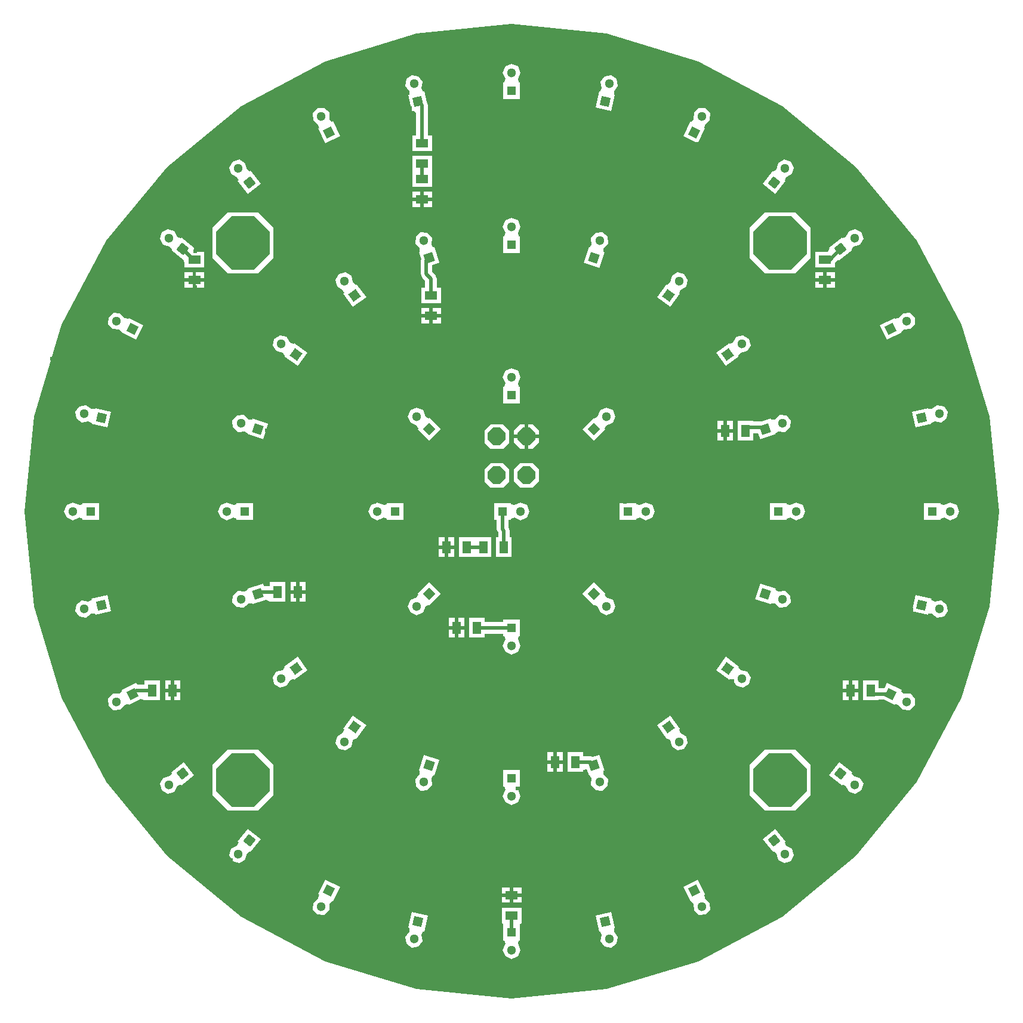
<source format=gbl>
G04*
G04 #@! TF.GenerationSoftware,Altium Limited,Altium Designer,18.1.7 (191)*
G04*
G04 Layer_Physical_Order=2*
G04 Layer_Color=16711680*
%FSLAX44Y44*%
%MOMM*%
G71*
G01*
G75*
%ADD15P,8.2479X8X22.5*%
%ADD46C,0.5080*%
%ADD47P,2.7060X8X202.5*%
%ADD48P,2.7060X8X292.5*%
%ADD49C,1.3000*%
%ADD50P,1.8385X4X270.0*%
%ADD51R,1.3000X1.3000*%
%ADD52R,1.3000X1.3000*%
%ADD53P,1.8385X4X173.6*%
%ADD54P,1.8385X4X237.9*%
%ADD55P,1.8385X4X302.1*%
%ADD56P,1.8385X4X366.4*%
%ADD57P,1.8385X4X70.7*%
%ADD58P,1.8385X4X207.0*%
%ADD59P,1.8385X4X297.0*%
%ADD60P,1.8385X4X160.7*%
%ADD61R,1.3000X1.3000*%
%ADD62P,1.8385X4X289.3*%
%ADD63P,1.8385X4X180.0*%
%ADD64P,1.8385X4X189.0*%
%ADD65P,1.8385X4X279.0*%
%ADD66P,1.8385X4X147.9*%
%ADD67P,1.8385X4X212.1*%
%ADD68P,1.8385X4X276.4*%
%ADD69P,1.8385X4X171.0*%
%ADD70P,1.8385X4X261.0*%
%ADD71P,1.8385X4X199.3*%
%ADD72P,1.8385X4X263.6*%
%ADD73P,1.8385X4X153.0*%
%ADD74P,1.8385X4X243.0*%
%ADD75R,1.3000X1.3000*%
%ADD76C,0.6096*%
%ADD77R,1.1500X1.8000*%
%ADD78R,1.8000X1.1500*%
G36*
X134840Y677888D02*
X264499Y638556D01*
X383993Y574685D01*
X488730Y488730D01*
X574685Y383993D01*
X638556Y264499D01*
X677888Y134840D01*
X691168Y0D01*
X677888Y-134840D01*
X638556Y-264499D01*
X574685Y-383993D01*
X488730Y-488730D01*
X383993Y-574685D01*
X264499Y-638556D01*
X134840Y-677888D01*
X0Y-691168D01*
X-134840Y-677888D01*
X-264499Y-638556D01*
X-383993Y-574685D01*
X-488730Y-488730D01*
X-574685Y-383993D01*
X-638556Y-264499D01*
X-677888Y-134840D01*
X-691168Y0D01*
X-677888Y134840D01*
X-638556Y264499D01*
X-574685Y383993D01*
X-488730Y488730D01*
X-383993Y574685D01*
X-264499Y638556D01*
X-134840Y677888D01*
X0Y691168D01*
X134840Y677888D01*
D02*
G37*
%LPC*%
G36*
X141264Y618917D02*
X131806Y617310D01*
X126255Y609487D01*
X127862Y600029D01*
X125484Y595487D01*
X124110Y595801D01*
X118956Y573222D01*
X141536Y568068D01*
X146689Y590647D01*
X145315Y590961D01*
X145143Y596085D01*
X150695Y603909D01*
X149088Y613366D01*
X141264Y618917D01*
D02*
G37*
G36*
X0Y634834D02*
X-8863Y631163D01*
X-12534Y622300D01*
X-8863Y613437D01*
X-10170Y608480D01*
X-11580D01*
Y585320D01*
X11580D01*
Y608480D01*
X10170D01*
X8863Y613437D01*
X12534Y622300D01*
X8863Y631163D01*
X0Y634834D01*
D02*
G37*
G36*
X265866Y572504D02*
X258713Y566111D01*
X258175Y556533D01*
X254847Y552634D01*
X253577Y553246D01*
X243528Y532379D01*
X264394Y522331D01*
X274443Y543197D01*
X273173Y543809D01*
X274146Y548842D01*
X281299Y555234D01*
X281837Y564813D01*
X275444Y571966D01*
X265866Y572504D01*
D02*
G37*
G36*
X-265866Y572504D02*
X-275444Y571966D01*
X-281836Y564813D01*
X-281298Y555235D01*
X-274145Y548842D01*
X-273172Y543809D01*
X-274443Y543197D01*
X-264394Y522331D01*
X-243527Y532380D01*
X-253576Y553246D01*
X-254846Y552634D01*
X-258175Y556533D01*
X-258713Y566111D01*
X-265866Y572504D01*
D02*
G37*
G36*
X-141264Y618918D02*
X-149087Y613366D01*
X-150694Y603909D01*
X-145143Y596085D01*
X-145315Y590961D01*
X-146689Y590647D01*
X-141535Y568068D01*
X-139220Y568597D01*
X-135248Y565429D01*
Y533330D01*
X-141080D01*
Y511670D01*
X-112920D01*
Y533330D01*
X-118752D01*
Y576112D01*
X-120676Y580756D01*
X-124110Y595801D01*
X-125484Y595487D01*
X-127862Y600029D01*
X-126255Y609487D01*
X-131806Y617311D01*
X-141264Y618918D01*
D02*
G37*
G36*
X386594Y498989D02*
X378198Y494348D01*
X375542Y485130D01*
X371430Y482070D01*
X370328Y482949D01*
X355888Y464841D01*
X373995Y450401D01*
X388435Y468509D01*
X387333Y469388D01*
X389401Y474078D01*
X397797Y478719D01*
X400453Y487937D01*
X395813Y496333D01*
X386594Y498989D01*
D02*
G37*
G36*
X-112920Y504330D02*
X-141080D01*
Y482670D01*
X-141080D01*
Y482530D01*
X-141080D01*
Y460870D01*
X-112920D01*
Y482530D01*
X-112920D01*
Y482670D01*
X-112920D01*
Y504330D01*
D02*
G37*
G36*
X-386594Y498989D02*
X-395812Y496334D01*
X-400453Y487937D01*
X-397797Y478719D01*
X-389401Y474079D01*
X-387332Y469388D01*
X-388434Y468509D01*
X-373994Y450402D01*
X-355887Y464842D01*
X-370327Y482949D01*
X-371429Y482070D01*
X-375542Y485131D01*
X-378198Y494349D01*
X-386594Y498989D01*
D02*
G37*
G36*
X-113000Y453450D02*
X-124500D01*
Y445200D01*
X-113000D01*
Y453450D01*
D02*
G37*
G36*
X-129500D02*
X-141000D01*
Y445200D01*
X-129500D01*
Y453450D01*
D02*
G37*
G36*
X-113000Y440200D02*
X-124500D01*
Y431950D01*
X-113000D01*
Y440200D01*
D02*
G37*
G36*
X-129500D02*
X-141000D01*
Y431950D01*
X-129500D01*
Y440200D01*
D02*
G37*
G36*
X487937Y400453D02*
X478719Y397797D01*
X474078Y389401D01*
X469388Y387333D01*
X468509Y388435D01*
X450402Y373995D01*
X450948Y373310D01*
X448501Y368230D01*
X430420D01*
Y346570D01*
X458580D01*
Y352402D01*
X462214Y356035D01*
X464842Y355887D01*
X464842D01*
X482949Y370327D01*
X482070Y371429D01*
X485130Y375542D01*
X494349Y378198D01*
X498989Y386594D01*
X496333Y395812D01*
X487937Y400453D01*
D02*
G37*
G36*
X128673Y396014D02*
X119109Y395262D01*
X112879Y387967D01*
X113632Y378403D01*
X110857Y374093D01*
X109516Y374529D01*
X102359Y352502D01*
X124385Y345345D01*
X131542Y367372D01*
X130201Y367807D01*
X130490Y372926D01*
X136720Y380220D01*
X135968Y389784D01*
X128673Y396014D01*
D02*
G37*
G36*
X0Y416394D02*
X-8863Y412723D01*
X-12534Y403860D01*
X-8863Y394997D01*
X-10170Y390040D01*
X-11580D01*
Y366880D01*
X11580D01*
Y390040D01*
X10170D01*
X8863Y394997D01*
X12534Y403860D01*
X8863Y412723D01*
X0Y416394D01*
D02*
G37*
G36*
X-487937Y400453D02*
X-496333Y395813D01*
X-498989Y386595D01*
X-494348Y378198D01*
X-485130Y375543D01*
X-482070Y371430D01*
X-482949Y370328D01*
X-464841Y355888D01*
X-464841Y355888D01*
X-464841Y355888D01*
X-464194Y351076D01*
Y346570D01*
X-436034D01*
Y368230D01*
X-448501D01*
X-450948Y373310D01*
X-450401Y373995D01*
X-468509Y388435D01*
X-469388Y387333D01*
X-474078Y389401D01*
X-478719Y397798D01*
X-487937Y400453D01*
D02*
G37*
G36*
X402590Y424180D02*
X359410D01*
X337820Y402590D01*
Y359410D01*
X359410Y337820D01*
X402590D01*
X424180Y359410D01*
Y402590D01*
X402590Y424180D01*
D02*
G37*
G36*
X-359410D02*
X-402590D01*
X-424180Y402590D01*
Y359410D01*
X-402590Y337820D01*
X-359410D01*
X-337820Y359410D01*
Y402590D01*
X-359410Y424180D01*
D02*
G37*
G36*
X-436114Y339150D02*
X-447613D01*
Y330900D01*
X-436114D01*
Y339150D01*
D02*
G37*
G36*
X-452613D02*
X-464114D01*
Y330900D01*
X-452613D01*
Y339150D01*
D02*
G37*
G36*
X458500D02*
X447000D01*
Y330900D01*
X458500D01*
Y339150D01*
D02*
G37*
G36*
X442000D02*
X430500D01*
Y330900D01*
X442000D01*
Y339150D01*
D02*
G37*
G36*
X235422Y339109D02*
X227243Y334097D01*
X225003Y324769D01*
X221032Y321527D01*
X219891Y322355D01*
X206278Y303619D01*
X225015Y290006D01*
X238628Y308742D01*
X237488Y309571D01*
X239344Y314350D01*
X247523Y319362D01*
X249763Y328690D01*
X244750Y336870D01*
X235422Y339109D01*
D02*
G37*
G36*
X458500Y325900D02*
X447000D01*
Y317650D01*
X458500D01*
Y325900D01*
D02*
G37*
G36*
X442000D02*
X430500D01*
Y317650D01*
X442000D01*
Y325900D01*
D02*
G37*
G36*
X-436114Y325900D02*
X-447613D01*
Y317650D01*
X-436114D01*
Y325900D01*
D02*
G37*
G36*
X-452613D02*
X-464114D01*
Y317650D01*
X-452613D01*
Y325900D01*
D02*
G37*
G36*
X-128673Y396014D02*
X-135968Y389784D01*
X-136720Y380220D01*
X-130490Y372926D01*
X-130201Y367807D01*
X-131542Y367372D01*
X-128395Y357686D01*
X-129064Y356072D01*
Y336716D01*
X-126648Y330884D01*
X-122548Y326784D01*
Y317430D01*
X-128380D01*
Y295770D01*
X-100220D01*
Y317430D01*
X-106052D01*
Y330200D01*
X-108468Y336032D01*
X-112568Y340132D01*
Y349185D01*
X-102359Y352502D01*
X-109516Y374528D01*
X-110857Y374093D01*
X-113632Y378403D01*
X-112879Y387967D01*
X-119109Y395262D01*
X-128673Y396014D01*
D02*
G37*
G36*
X-235422Y339109D02*
X-244750Y336870D01*
X-249763Y328690D01*
X-247523Y319362D01*
X-239344Y314350D01*
X-237488Y309571D01*
X-238628Y308743D01*
X-225015Y290006D01*
X-206278Y303619D01*
X-219891Y322356D01*
X-221032Y321527D01*
X-225003Y324769D01*
X-227243Y334097D01*
X-235422Y339109D01*
D02*
G37*
G36*
X-100300Y288350D02*
X-111800D01*
Y280100D01*
X-100300D01*
Y288350D01*
D02*
G37*
G36*
X-116800D02*
X-128300D01*
Y280100D01*
X-116800D01*
Y288350D01*
D02*
G37*
G36*
X564813Y281836D02*
X555235Y281299D01*
X548842Y274146D01*
X543809Y273173D01*
X543197Y274443D01*
X522331Y264394D01*
X532379Y243528D01*
X553246Y253576D01*
X552634Y254846D01*
X556533Y258175D01*
X566111Y258713D01*
X572504Y265866D01*
X571966Y275444D01*
X564813Y281836D01*
D02*
G37*
G36*
X-100300Y275100D02*
X-111800D01*
Y266850D01*
X-100300D01*
Y275100D01*
D02*
G37*
G36*
X-116800D02*
X-128300D01*
Y266850D01*
X-116800D01*
Y275100D01*
D02*
G37*
G36*
X-564813Y281837D02*
X-571966Y275445D01*
X-572504Y265866D01*
X-566111Y258713D01*
X-556533Y258176D01*
X-552634Y254847D01*
X-553246Y253577D01*
X-532379Y243528D01*
X-522331Y264394D01*
X-543197Y274443D01*
X-543809Y273173D01*
X-548842Y274146D01*
X-555234Y281299D01*
X-564813Y281837D01*
D02*
G37*
G36*
X328690Y249763D02*
X319362Y247523D01*
X314350Y239344D01*
X309571Y237488D01*
X308743Y238628D01*
X290006Y225015D01*
X303619Y206278D01*
X322355Y219891D01*
X321527Y221032D01*
X324769Y225003D01*
X334097Y227243D01*
X339109Y235422D01*
X336870Y244750D01*
X328690Y249763D01*
D02*
G37*
G36*
X-328690Y249763D02*
X-336870Y244750D01*
X-339109Y235422D01*
X-334097Y227243D01*
X-324769Y225003D01*
X-321527Y221032D01*
X-322355Y219891D01*
X-303619Y206278D01*
X-290006Y225015D01*
X-308743Y238628D01*
X-309571Y237488D01*
X-314350Y239344D01*
X-319362Y247523D01*
X-328690Y249763D01*
D02*
G37*
G36*
X0Y203034D02*
X-8863Y199363D01*
X-12534Y190500D01*
X-8863Y181637D01*
X-10170Y176680D01*
X-11580D01*
Y153520D01*
X11580D01*
Y176680D01*
X10170D01*
X8863Y181637D01*
X12534Y190500D01*
X8863Y199363D01*
X0Y203034D01*
D02*
G37*
G36*
X603909Y150695D02*
X596085Y145143D01*
X590961Y145315D01*
X590647Y146689D01*
X568068Y141536D01*
X573222Y118956D01*
X595801Y124110D01*
X595487Y125484D01*
X600029Y127862D01*
X609487Y126255D01*
X617311Y131806D01*
X618918Y141264D01*
X613366Y149088D01*
X603909Y150695D01*
D02*
G37*
G36*
X134704Y147238D02*
X125841Y143567D01*
X122170Y134704D01*
X117740Y132123D01*
X116743Y133120D01*
X100367Y116743D01*
X116743Y100367D01*
X133120Y116743D01*
X132123Y117740D01*
X134704Y122170D01*
X143567Y125841D01*
X147238Y134704D01*
X143567Y143567D01*
X134704Y147238D01*
D02*
G37*
G36*
X380220Y136720D02*
X372926Y130490D01*
X367807Y130202D01*
X367372Y131542D01*
X355325Y127628D01*
X342830D01*
Y128380D01*
X321170D01*
Y100220D01*
X342830D01*
Y111132D01*
X349651D01*
X352502Y102359D01*
X374529Y109516D01*
X374093Y110857D01*
X378403Y113632D01*
X387967Y112879D01*
X395262Y119109D01*
X396014Y128673D01*
X389784Y135968D01*
X380220Y136720D01*
D02*
G37*
G36*
X-603908Y150695D02*
X-613366Y149088D01*
X-618917Y141264D01*
X-617310Y131807D01*
X-609487Y126255D01*
X-600029Y127862D01*
X-595487Y125485D01*
X-595801Y124110D01*
X-573222Y118957D01*
X-568068Y141536D01*
X-590647Y146690D01*
X-590961Y145315D01*
X-596085Y145144D01*
X-603908Y150695D01*
D02*
G37*
G36*
X313750Y128300D02*
X305500D01*
Y116800D01*
X313750D01*
Y128300D01*
D02*
G37*
G36*
X300500D02*
X292250D01*
Y116800D01*
X300500D01*
Y128300D01*
D02*
G37*
G36*
X29749Y123740D02*
X23499D01*
Y108740D01*
X38499D01*
Y114990D01*
X29749Y123740D01*
D02*
G37*
G36*
X18499D02*
X12249D01*
X3499Y114990D01*
Y108740D01*
X18499D01*
Y123740D01*
D02*
G37*
G36*
X-380220Y136720D02*
X-389784Y135968D01*
X-396014Y128673D01*
X-395262Y119109D01*
X-387967Y112879D01*
X-378403Y113632D01*
X-374093Y110857D01*
X-374528Y109516D01*
X-352502Y102359D01*
X-345345Y124385D01*
X-367372Y131542D01*
X-367807Y130201D01*
X-372926Y130490D01*
X-380220Y136720D01*
D02*
G37*
G36*
X-134704Y147238D02*
X-143567Y143567D01*
X-147238Y134704D01*
X-143567Y125841D01*
X-134704Y122170D01*
X-132123Y117740D01*
X-133120Y116743D01*
X-116743Y100367D01*
X-100367Y116743D01*
X-116743Y133120D01*
X-117740Y132123D01*
X-122170Y134704D01*
X-125841Y143567D01*
X-134704Y147238D01*
D02*
G37*
G36*
X313750Y111800D02*
X305500D01*
Y100300D01*
X313750D01*
Y111800D01*
D02*
G37*
G36*
X300500D02*
X292250D01*
Y100300D01*
X300500D01*
Y111800D01*
D02*
G37*
G36*
X38499Y103740D02*
X23499D01*
Y88740D01*
X29749D01*
X38499Y97490D01*
Y103740D01*
D02*
G37*
G36*
X18499D02*
X3499D01*
Y97490D01*
X12249Y88740D01*
X18499D01*
Y103740D01*
D02*
G37*
G36*
X-12211Y123820D02*
X-29791D01*
X-38581Y115030D01*
Y97450D01*
X-29791Y88660D01*
X-12211D01*
X-3421Y97450D01*
Y115030D01*
X-12211Y123820D01*
D02*
G37*
G36*
X29789Y68820D02*
X12209D01*
X3419Y60030D01*
Y42450D01*
X12209Y33660D01*
X29789D01*
X38579Y42450D01*
Y60030D01*
X29789Y68820D01*
D02*
G37*
G36*
X-12211Y68820D02*
X-29791D01*
X-38581Y60030D01*
Y42450D01*
X-29791Y33660D01*
X-12211D01*
X-3421Y42450D01*
Y60030D01*
X-12211Y68820D01*
D02*
G37*
G36*
X403860Y12534D02*
X394997Y8863D01*
X390040Y10170D01*
Y11580D01*
X366880D01*
Y-11580D01*
X390040D01*
Y-10170D01*
X394997Y-8863D01*
X403860Y-12534D01*
X412723Y-8863D01*
X416394Y0D01*
X412723Y8863D01*
X403860Y12534D01*
D02*
G37*
G36*
X12700D02*
X3837Y8863D01*
X-1120Y10170D01*
Y11580D01*
X-24280D01*
Y-11580D01*
X-20948D01*
Y-25400D01*
X-19148Y-29746D01*
Y-36720D01*
X-21730D01*
Y-64880D01*
X-70D01*
Y-36720D01*
X-2652D01*
Y-27200D01*
X-4452Y-22854D01*
Y-11580D01*
X-1120D01*
Y-10170D01*
X3837Y-8863D01*
X12700Y-12534D01*
X21563Y-8863D01*
X25234Y0D01*
X21563Y8863D01*
X12700Y12534D01*
D02*
G37*
G36*
X190500D02*
X181637Y8863D01*
X176680Y10170D01*
Y11580D01*
X153520D01*
Y-11580D01*
X176680D01*
Y-10170D01*
X181637Y-8863D01*
X190500Y-12534D01*
X199363Y-8863D01*
X203034Y0D01*
X199363Y8863D01*
X190500Y12534D01*
D02*
G37*
G36*
X622300Y12533D02*
X613437Y8862D01*
X608480Y10169D01*
Y11579D01*
X585320Y11579D01*
X585320Y-11581D01*
X608480Y-11581D01*
Y-10171D01*
X613437Y-8864D01*
X622300Y-12535D01*
X631163Y-8864D01*
X634834Y-1D01*
X631163Y8862D01*
X622300Y12533D01*
D02*
G37*
G36*
X-622300Y12535D02*
X-631163Y8863D01*
X-634834Y0D01*
X-631163Y-8863D01*
X-622300Y-12534D01*
X-613437Y-8863D01*
X-608480Y-10170D01*
Y-11580D01*
X-585320D01*
Y11580D01*
X-608480D01*
Y10171D01*
X-613437Y8863D01*
X-622300Y12535D01*
D02*
G37*
G36*
X-190500Y12534D02*
X-199363Y8863D01*
X-203034Y0D01*
X-199363Y-8863D01*
X-190500Y-12534D01*
X-181637Y-8863D01*
X-176680Y-10170D01*
Y-11580D01*
X-153520D01*
Y11580D01*
X-176680D01*
Y10170D01*
X-181637Y8863D01*
X-190500Y12534D01*
D02*
G37*
G36*
X-403860D02*
X-412723Y8863D01*
X-416394Y0D01*
X-412723Y-8863D01*
X-403860Y-12534D01*
X-394997Y-8863D01*
X-390040Y-10170D01*
Y-11580D01*
X-366880D01*
Y11580D01*
X-390040D01*
Y10170D01*
X-394997Y8863D01*
X-403860Y12534D01*
D02*
G37*
G36*
X-81750Y-36800D02*
X-90000D01*
Y-48300D01*
X-81750D01*
Y-36800D01*
D02*
G37*
G36*
X-95000D02*
X-103250D01*
Y-48300D01*
X-95000D01*
Y-36800D01*
D02*
G37*
G36*
X-81750Y-53300D02*
X-90000D01*
Y-64800D01*
X-81750D01*
Y-53300D01*
D02*
G37*
G36*
X-95000D02*
X-103250D01*
Y-64800D01*
X-95000D01*
Y-53300D01*
D02*
G37*
G36*
X-52670Y-36720D02*
Y-36720D01*
X-55810Y-36720D01*
X-74330D01*
Y-64880D01*
X-52670D01*
Y-64880D01*
X-50730D01*
Y-64880D01*
X-29070D01*
Y-36720D01*
X-47590D01*
X-50730Y-36720D01*
Y-36720D01*
X-52670D01*
D02*
G37*
G36*
X-321170Y-100220D02*
X-342830D01*
Y-106052D01*
X-351302D01*
X-352502Y-102359D01*
X-374529Y-109516D01*
X-374093Y-110857D01*
X-378403Y-113632D01*
X-387967Y-112879D01*
X-395262Y-119109D01*
X-396014Y-128673D01*
X-389784Y-135968D01*
X-380220Y-136720D01*
X-372926Y-130490D01*
X-367807Y-130201D01*
X-367372Y-131542D01*
X-347910Y-125219D01*
X-342830Y-128380D01*
X-342830Y-128380D01*
X-342796Y-128380D01*
X-321170D01*
Y-100220D01*
D02*
G37*
G36*
X-292250Y-100300D02*
X-300500D01*
Y-111800D01*
X-292250D01*
Y-100300D01*
D02*
G37*
G36*
X-305500D02*
X-313750D01*
Y-111800D01*
X-305500D01*
Y-100300D01*
D02*
G37*
G36*
X-573222Y-118956D02*
X-595801Y-124109D01*
X-595487Y-125484D01*
X-600029Y-127861D01*
X-609487Y-126255D01*
X-617311Y-131806D01*
X-618918Y-141263D01*
X-613366Y-149087D01*
X-603909Y-150694D01*
X-596085Y-145143D01*
X-590961Y-145314D01*
X-590647Y-146689D01*
X-568068Y-141535D01*
X-573222Y-118956D01*
D02*
G37*
G36*
X-292250Y-116800D02*
X-300500D01*
Y-128300D01*
X-292250D01*
Y-116800D01*
D02*
G37*
G36*
X-305500D02*
X-313750D01*
Y-128300D01*
X-305500D01*
Y-116800D01*
D02*
G37*
G36*
X-116743Y-100367D02*
X-133120Y-116743D01*
X-132123Y-117740D01*
X-134704Y-122170D01*
X-143567Y-125841D01*
X-147238Y-134704D01*
X-143567Y-143567D01*
X-134704Y-147238D01*
X-125841Y-143567D01*
X-122170Y-134704D01*
X-117740Y-132123D01*
X-116743Y-133120D01*
X-100367Y-116743D01*
X-116743Y-100367D01*
D02*
G37*
G36*
X352502Y-102359D02*
X345345Y-124385D01*
X367372Y-131542D01*
X367807Y-130202D01*
X372926Y-130490D01*
X380220Y-136720D01*
X389784Y-135968D01*
X396014Y-128673D01*
X395262Y-119109D01*
X387967Y-112879D01*
X378403Y-113632D01*
X374093Y-110857D01*
X374529Y-109516D01*
X352502Y-102359D01*
D02*
G37*
G36*
X116743Y-100367D02*
X100367Y-116743D01*
X116743Y-133120D01*
X117740Y-132123D01*
X122170Y-134704D01*
X125841Y-143567D01*
X134704Y-147238D01*
X143567Y-143567D01*
X147238Y-134704D01*
X143567Y-125841D01*
X134704Y-122170D01*
X132123Y-117740D01*
X133120Y-116743D01*
X116743Y-100367D01*
D02*
G37*
G36*
X573222Y-118957D02*
X568068Y-141536D01*
X590647Y-146690D01*
X590961Y-145316D01*
X596085Y-145144D01*
X603908Y-150695D01*
X613366Y-149089D01*
X618917Y-141265D01*
X617310Y-131807D01*
X609487Y-126256D01*
X600029Y-127863D01*
X595487Y-125485D01*
X595801Y-124111D01*
X573222Y-118957D01*
D02*
G37*
G36*
X-67250Y-151100D02*
X-75500D01*
Y-162600D01*
X-67250D01*
Y-151100D01*
D02*
G37*
G36*
X-80500D02*
X-88750D01*
Y-162600D01*
X-80500D01*
Y-151100D01*
D02*
G37*
G36*
X-67250Y-167600D02*
X-75500D01*
Y-179100D01*
X-67250D01*
Y-167600D01*
D02*
G37*
G36*
X-80500D02*
X-88750D01*
Y-179100D01*
X-80500D01*
Y-167600D01*
D02*
G37*
G36*
X-38170Y-151020D02*
X-59830D01*
Y-179180D01*
X-38170D01*
Y-173348D01*
X-11580D01*
Y-176680D01*
X-10170D01*
X-8863Y-181637D01*
X-12534Y-190500D01*
X-8863Y-199363D01*
X0Y-203034D01*
X8863Y-199363D01*
X12534Y-190500D01*
X8863Y-181637D01*
X10170Y-176680D01*
X11580D01*
Y-153520D01*
X-11580D01*
Y-156852D01*
X-38170D01*
Y-151020D01*
D02*
G37*
G36*
X-303619Y-206278D02*
X-322355Y-219891D01*
X-321527Y-221032D01*
X-324769Y-225003D01*
X-334097Y-227243D01*
X-339109Y-235422D01*
X-336870Y-244750D01*
X-328690Y-249763D01*
X-319362Y-247523D01*
X-314350Y-239344D01*
X-309571Y-237488D01*
X-308742Y-238628D01*
X-290006Y-225015D01*
X-303619Y-206278D01*
D02*
G37*
G36*
X-498970Y-239920D02*
X-520630D01*
Y-245752D01*
X-531308D01*
X-532380Y-243527D01*
X-553246Y-253576D01*
X-552635Y-254846D01*
X-556533Y-258175D01*
X-566111Y-258713D01*
X-572504Y-265866D01*
X-571966Y-275444D01*
X-564813Y-281836D01*
X-555235Y-281298D01*
X-548842Y-274145D01*
X-543809Y-273172D01*
X-543197Y-274442D01*
X-525710Y-266021D01*
X-520630Y-268080D01*
X-519331Y-268080D01*
X-498970D01*
Y-239920D01*
D02*
G37*
G36*
X303619Y-206278D02*
X290006Y-225015D01*
X308743Y-238628D01*
X309571Y-237488D01*
X314350Y-239344D01*
X319362Y-247523D01*
X328690Y-249763D01*
X336870Y-244750D01*
X339109Y-235422D01*
X334097Y-227243D01*
X324769Y-225003D01*
X321527Y-221032D01*
X322355Y-219891D01*
X303619Y-206278D01*
D02*
G37*
G36*
X-470050Y-240000D02*
X-478300D01*
Y-251500D01*
X-470050D01*
Y-240000D01*
D02*
G37*
G36*
X-483300D02*
X-491550D01*
Y-251500D01*
X-483300D01*
Y-240000D01*
D02*
G37*
G36*
X491550D02*
X483300D01*
Y-251500D01*
X491550D01*
Y-240000D01*
D02*
G37*
G36*
X478300D02*
X470050D01*
Y-251500D01*
X478300D01*
Y-240000D01*
D02*
G37*
G36*
X491550Y-256500D02*
X483300D01*
Y-268000D01*
X491550D01*
Y-256500D01*
D02*
G37*
G36*
X478300D02*
X470050D01*
Y-268000D01*
X478300D01*
Y-256500D01*
D02*
G37*
G36*
X-470050Y-256500D02*
X-478300D01*
Y-268000D01*
X-470050D01*
Y-256500D01*
D02*
G37*
G36*
X-483300D02*
X-491550D01*
Y-268000D01*
X-483300D01*
Y-256500D01*
D02*
G37*
G36*
X520630Y-239920D02*
X498970D01*
Y-268080D01*
X520630D01*
Y-267234D01*
X528226D01*
X543197Y-274443D01*
X543809Y-273173D01*
X548842Y-274146D01*
X555234Y-281299D01*
X564812Y-281837D01*
X571965Y-275445D01*
X572503Y-265867D01*
X566111Y-258714D01*
X556533Y-258176D01*
X552634Y-254847D01*
X553246Y-253577D01*
X532379Y-243528D01*
X528907Y-250738D01*
X520630D01*
Y-239920D01*
D02*
G37*
G36*
X-225015Y-290006D02*
X-238628Y-308743D01*
X-237488Y-309571D01*
X-239344Y-314350D01*
X-247523Y-319362D01*
X-249763Y-328690D01*
X-244750Y-336870D01*
X-235422Y-339109D01*
X-227243Y-334097D01*
X-225003Y-324769D01*
X-221032Y-321527D01*
X-219891Y-322355D01*
X-206278Y-303619D01*
X-225015Y-290006D01*
D02*
G37*
G36*
X225015D02*
X206278Y-303619D01*
X219891Y-322355D01*
X221032Y-321527D01*
X225003Y-324769D01*
X227243Y-334097D01*
X235422Y-339109D01*
X244750Y-336870D01*
X249763Y-328690D01*
X247523Y-319362D01*
X239344Y-314350D01*
X237488Y-309571D01*
X238628Y-308743D01*
X225015Y-290006D01*
D02*
G37*
G36*
X72450Y-341600D02*
X64200D01*
Y-353100D01*
X72450D01*
Y-341600D01*
D02*
G37*
G36*
X59200D02*
X50950D01*
Y-353100D01*
X59200D01*
Y-341600D01*
D02*
G37*
G36*
X72450Y-358100D02*
X64200D01*
Y-369600D01*
X72450D01*
Y-358100D01*
D02*
G37*
G36*
X59200D02*
X50950D01*
Y-369600D01*
X59200D01*
Y-358100D01*
D02*
G37*
G36*
X-124385Y-345345D02*
X-131542Y-367372D01*
X-130202Y-367807D01*
X-130490Y-372926D01*
X-136720Y-380220D01*
X-135968Y-389784D01*
X-128673Y-396014D01*
X-119109Y-395262D01*
X-112879Y-387967D01*
X-113632Y-378403D01*
X-110857Y-374093D01*
X-109516Y-374529D01*
X-102359Y-352502D01*
X-124385Y-345345D01*
D02*
G37*
G36*
X-464842Y-355887D02*
X-482949Y-370327D01*
X-482070Y-371429D01*
X-485131Y-375542D01*
X-494349Y-378198D01*
X-498989Y-386594D01*
X-496334Y-395812D01*
X-487937Y-400453D01*
X-478719Y-397797D01*
X-474079Y-389401D01*
X-469388Y-387332D01*
X-468509Y-388434D01*
X-450402Y-373994D01*
X-464842Y-355887D01*
D02*
G37*
G36*
X101530Y-341520D02*
X79870D01*
Y-369680D01*
X101530D01*
Y-366390D01*
X106610Y-365585D01*
X109516Y-374529D01*
X110857Y-374093D01*
X113632Y-378403D01*
X112879Y-387967D01*
X119109Y-395262D01*
X128673Y-396014D01*
X135968Y-389784D01*
X136720Y-380220D01*
X130490Y-372926D01*
X130201Y-367807D01*
X131542Y-367372D01*
X124385Y-345345D01*
X115073Y-348371D01*
X112614Y-347352D01*
X101530D01*
Y-341520D01*
D02*
G37*
G36*
X464841Y-355888D02*
X450401Y-373995D01*
X468508Y-388435D01*
X469387Y-387333D01*
X474078Y-389402D01*
X478718Y-397798D01*
X487937Y-400454D01*
X496333Y-395813D01*
X498988Y-386595D01*
X494348Y-378199D01*
X485130Y-375543D01*
X482069Y-371430D01*
X482948Y-370328D01*
X464841Y-355888D01*
D02*
G37*
G36*
X11580Y-366880D02*
X-11580D01*
Y-390040D01*
X-10170D01*
X-8863Y-394997D01*
X-12534Y-403860D01*
X-8863Y-412723D01*
X0Y-416394D01*
X8863Y-412723D01*
X12534Y-403860D01*
X8863Y-394997D01*
X10170Y-390040D01*
X11580D01*
Y-366880D01*
D02*
G37*
G36*
X402590Y-337820D02*
X359410D01*
X337820Y-359410D01*
Y-402590D01*
X359410Y-424180D01*
X402590D01*
X424180Y-402590D01*
Y-359410D01*
X402590Y-337820D01*
D02*
G37*
G36*
X-359410D02*
X-402590D01*
X-424180Y-359410D01*
Y-402590D01*
X-402590Y-424180D01*
X-359410D01*
X-337820Y-402590D01*
Y-359410D01*
X-359410Y-337820D01*
D02*
G37*
G36*
X-373995Y-450401D02*
X-388435Y-468508D01*
X-387333Y-469387D01*
X-389402Y-474078D01*
X-397798Y-478718D01*
X-400453Y-487937D01*
X-395813Y-496333D01*
X-386595Y-498989D01*
X-378199Y-494348D01*
X-375543Y-485130D01*
X-371430Y-482070D01*
X-370328Y-482948D01*
X-355888Y-464841D01*
X-373995Y-450401D01*
D02*
G37*
G36*
X373994Y-450402D02*
X355887Y-464842D01*
X370327Y-482949D01*
X371429Y-482070D01*
X375542Y-485131D01*
X378198Y-494349D01*
X386594Y-498989D01*
X395812Y-496334D01*
X400452Y-487938D01*
X397797Y-478719D01*
X389401Y-474079D01*
X387332Y-469388D01*
X388434Y-468509D01*
X373994Y-450402D01*
D02*
G37*
G36*
X14000Y-533550D02*
X2500D01*
Y-541800D01*
X14000D01*
Y-533550D01*
D02*
G37*
G36*
X-2500D02*
X-14000D01*
Y-541800D01*
X-2500D01*
Y-533550D01*
D02*
G37*
G36*
X-264395Y-522331D02*
X-274443Y-543197D01*
X-273173Y-543809D01*
X-274146Y-548842D01*
X-281299Y-555234D01*
X-281837Y-564812D01*
X-275445Y-571965D01*
X-265867Y-572503D01*
X-258713Y-566111D01*
X-258176Y-556533D01*
X-254847Y-552634D01*
X-253577Y-553246D01*
X-243528Y-532379D01*
X-264395Y-522331D01*
D02*
G37*
G36*
X14000Y-546800D02*
X2500D01*
Y-555050D01*
X14000D01*
Y-546800D01*
D02*
G37*
G36*
X-2500D02*
X-14000D01*
Y-555050D01*
X-2500D01*
Y-546800D01*
D02*
G37*
G36*
X264394Y-522331D02*
X243527Y-532380D01*
X253576Y-553246D01*
X254846Y-552635D01*
X258174Y-556534D01*
X258712Y-566111D01*
X265865Y-572504D01*
X275443Y-571966D01*
X281836Y-564813D01*
X281298Y-555235D01*
X274145Y-548843D01*
X273172Y-543809D01*
X274442Y-543198D01*
X264394Y-522331D01*
D02*
G37*
G36*
X-141536Y-568068D02*
X-146690Y-590647D01*
X-145315Y-590961D01*
X-145144Y-596085D01*
X-150695Y-603908D01*
X-149088Y-613366D01*
X-141264Y-618917D01*
X-131807Y-617310D01*
X-126256Y-609487D01*
X-127862Y-600029D01*
X-125485Y-595487D01*
X-124110Y-595801D01*
X-118957Y-573222D01*
X-141536Y-568068D01*
D02*
G37*
G36*
X141535Y-568068D02*
X118956Y-573222D01*
X124109Y-595801D01*
X125484Y-595487D01*
X127861Y-600029D01*
X126254Y-609487D01*
X131806Y-617311D01*
X141263Y-618918D01*
X149087Y-613366D01*
X150694Y-603909D01*
X145143Y-596085D01*
X145314Y-590961D01*
X146689Y-590648D01*
X141535Y-568068D01*
D02*
G37*
G36*
X14080Y-562470D02*
X-14080D01*
Y-584130D01*
X-11581Y-585320D01*
Y-608480D01*
X-10171D01*
X-8864Y-613437D01*
X-12535Y-622300D01*
X-8864Y-631163D01*
X-1Y-634834D01*
X8862Y-631163D01*
X12534Y-622300D01*
X8862Y-613437D01*
X10170Y-608480D01*
X11579D01*
Y-585320D01*
X14080Y-584130D01*
Y-562470D01*
D02*
G37*
%LPD*%
D15*
X-381000Y-381000D02*
D03*
X381000D02*
D03*
Y381000D02*
D03*
X-381000D02*
D03*
D46*
X-466675Y372161D02*
X-450114Y355600D01*
X450114D02*
X466675Y372161D01*
X-127000Y522500D02*
Y576112D01*
X-132823Y581935D02*
X-127000Y576112D01*
Y471700D02*
Y493500D01*
X-532804Y-254000D02*
X-509800D01*
X-537789Y-258985D02*
X-532804Y-254000D01*
X-357286Y-114300D02*
X-332000D01*
X-359937Y-116951D02*
X-357286Y-114300D01*
X0Y-596899D02*
Y-573300D01*
X-1Y-596900D02*
X0Y-596899D01*
X90700Y-355600D02*
X112614D01*
X116951Y-359937D01*
X514786Y-258986D02*
X537788D01*
X509800Y-254000D02*
X514786Y-258986D01*
X357507Y119380D02*
X359937Y116951D01*
X337080Y119380D02*
X357507D01*
X332000Y114300D02*
X337080Y119380D01*
X-63500Y-50800D02*
X-39900D01*
X-10900D02*
Y-27200D01*
X-12700Y-25400D02*
X-10900Y-27200D01*
X-12700Y-25400D02*
Y0D01*
X-49000Y-165100D02*
X-0D01*
X0Y-165100D01*
X-120816Y356072D02*
X-116951Y359937D01*
X-120816Y336716D02*
Y356072D01*
Y336716D02*
X-114300Y330200D01*
Y306600D02*
Y330200D01*
D47*
X20999Y106240D02*
D03*
X-21001Y106240D02*
D03*
D48*
X20999Y51240D02*
D03*
X-21001Y51240D02*
D03*
D49*
X-134704Y-134704D02*
D03*
X0Y190500D02*
D03*
X-403860Y0D02*
D03*
X0Y-403860D02*
D03*
X403860Y0D02*
D03*
X-387998Y486534D02*
D03*
X-606698Y-138474D02*
D03*
X-138475Y-606698D02*
D03*
X486533Y-387998D02*
D03*
X560673Y270006D02*
D03*
X-190500Y0D02*
D03*
X134704Y134704D02*
D03*
X-384094Y124800D02*
D03*
X-124800Y-384094D02*
D03*
X384094Y-124800D02*
D03*
X124800Y384094D02*
D03*
X-270006Y560673D02*
D03*
X-622300Y0D02*
D03*
X-270006Y-560673D02*
D03*
X387997Y-486534D02*
D03*
X606698Y138475D02*
D03*
X138475Y606698D02*
D03*
X-134704Y134704D02*
D03*
X190500Y0D02*
D03*
X-326730Y237383D02*
D03*
X-237383Y-326730D02*
D03*
X326730Y-237383D02*
D03*
X237383Y326730D02*
D03*
X-138475Y606698D02*
D03*
X-606698Y138475D02*
D03*
X-387998Y-486533D02*
D03*
X270005Y-560673D02*
D03*
X622300Y-1D02*
D03*
X270006Y560673D02*
D03*
X12700Y0D02*
D03*
X134704Y-134704D02*
D03*
X-237383Y326730D02*
D03*
X-326730Y-237383D02*
D03*
X237383Y-326730D02*
D03*
X326730Y237383D02*
D03*
X-560673Y270006D02*
D03*
X-486534Y-387997D02*
D03*
X138474Y-606698D02*
D03*
X606698Y-138476D02*
D03*
X387998Y486534D02*
D03*
X0Y-190500D02*
D03*
X-124800Y384094D02*
D03*
X-384094Y-124800D02*
D03*
X124800Y-384094D02*
D03*
X384094Y124800D02*
D03*
X-486534Y387998D02*
D03*
X-560673Y-270005D02*
D03*
X-1Y-622300D02*
D03*
X560673Y-270007D02*
D03*
X486534Y387998D02*
D03*
X0Y622300D02*
D03*
X0Y403860D02*
D03*
D50*
X-116743Y-116743D02*
D03*
X116743Y116743D02*
D03*
D51*
X0Y165100D02*
D03*
Y-378460D02*
D03*
Y-165100D02*
D03*
X-1Y-596900D02*
D03*
X0Y378460D02*
D03*
D52*
X-378460Y0D02*
D03*
X378460D02*
D03*
X-165100D02*
D03*
X165100D02*
D03*
X596900Y-1D02*
D03*
X-12700Y0D02*
D03*
D53*
X-372161Y466675D02*
D03*
X372160Y-466676D02*
D03*
D54*
X-581935Y-132822D02*
D03*
X581935Y132823D02*
D03*
D55*
X-132823Y-581934D02*
D03*
X132823Y581934D02*
D03*
D56*
X466675Y-372162D02*
D03*
X-466675Y372161D02*
D03*
D57*
X537788Y258985D02*
D03*
X-537789Y-258985D02*
D03*
D58*
X-359937Y116951D02*
D03*
X359937Y-116951D02*
D03*
D59*
X-116951Y-359937D02*
D03*
X116951Y359937D02*
D03*
D60*
X-258985Y537788D02*
D03*
X258985Y-537789D02*
D03*
D61*
X-596900Y0D02*
D03*
D62*
X-258986Y-537788D02*
D03*
X258985Y537788D02*
D03*
D63*
X-116743Y116743D02*
D03*
X116743Y-116743D02*
D03*
D64*
X-306181Y222453D02*
D03*
X306181Y-222453D02*
D03*
D65*
X-222453Y-306181D02*
D03*
X222453Y306181D02*
D03*
D66*
X-132823Y581935D02*
D03*
X132822Y-581935D02*
D03*
D67*
X-581934Y132823D02*
D03*
X581934Y-132823D02*
D03*
D68*
X-372161Y-466675D02*
D03*
X372161Y466675D02*
D03*
D69*
X-222453Y306181D02*
D03*
X222453Y-306181D02*
D03*
D70*
X-306181Y-222453D02*
D03*
X306181Y222453D02*
D03*
D71*
X-537788Y258986D02*
D03*
X537788Y-258986D02*
D03*
D72*
X-466675Y-372161D02*
D03*
X466675Y372161D02*
D03*
D73*
X-116951Y359937D02*
D03*
X116951Y-359937D02*
D03*
D74*
X-359937Y-116951D02*
D03*
X359937Y116951D02*
D03*
D75*
X0Y596900D02*
D03*
D76*
X-652205Y-87787D02*
D03*
Y-36987D02*
D03*
Y13813D02*
D03*
Y64613D02*
D03*
Y115413D02*
D03*
Y217013D02*
D03*
X-601405Y-240187D02*
D03*
Y-189387D02*
D03*
Y-87787D02*
D03*
Y-36987D02*
D03*
Y166213D02*
D03*
Y217013D02*
D03*
Y267813D02*
D03*
X-550605Y-341787D02*
D03*
Y-240187D02*
D03*
Y-189387D02*
D03*
Y-138587D02*
D03*
Y-87787D02*
D03*
Y-36987D02*
D03*
Y13813D02*
D03*
Y64613D02*
D03*
Y115413D02*
D03*
Y166213D02*
D03*
Y217013D02*
D03*
Y318613D02*
D03*
Y369413D02*
D03*
X-499805Y-392587D02*
D03*
Y-290987D02*
D03*
Y-189387D02*
D03*
Y-138587D02*
D03*
Y166213D02*
D03*
Y217013D02*
D03*
Y267813D02*
D03*
Y318613D02*
D03*
Y420213D02*
D03*
Y471013D02*
D03*
X-449005Y-443387D02*
D03*
Y-392587D02*
D03*
Y-341787D02*
D03*
Y-290987D02*
D03*
Y-138587D02*
D03*
Y-87787D02*
D03*
Y-36987D02*
D03*
Y13813D02*
D03*
Y64613D02*
D03*
Y115413D02*
D03*
Y267813D02*
D03*
Y318613D02*
D03*
Y369413D02*
D03*
Y420213D02*
D03*
Y471013D02*
D03*
X-398205Y-494187D02*
D03*
Y-443387D02*
D03*
Y-240187D02*
D03*
Y-189387D02*
D03*
Y-138587D02*
D03*
Y-87787D02*
D03*
Y-36987D02*
D03*
Y13813D02*
D03*
Y64613D02*
D03*
Y115413D02*
D03*
Y166213D02*
D03*
Y217013D02*
D03*
Y471013D02*
D03*
Y521813D02*
D03*
X-347405Y-544987D02*
D03*
Y-494187D02*
D03*
Y-443387D02*
D03*
Y-290987D02*
D03*
Y-240187D02*
D03*
Y-138587D02*
D03*
Y-87787D02*
D03*
Y-36987D02*
D03*
Y13813D02*
D03*
Y64613D02*
D03*
Y115413D02*
D03*
Y166213D02*
D03*
Y267813D02*
D03*
Y318613D02*
D03*
Y471013D02*
D03*
Y521813D02*
D03*
X-296605Y-544987D02*
D03*
Y-494187D02*
D03*
Y-443387D02*
D03*
Y-341787D02*
D03*
Y-290987D02*
D03*
Y-240187D02*
D03*
Y-189387D02*
D03*
Y-138587D02*
D03*
Y-87787D02*
D03*
Y-36987D02*
D03*
Y13813D02*
D03*
Y64613D02*
D03*
Y115413D02*
D03*
Y166213D02*
D03*
Y318613D02*
D03*
Y471013D02*
D03*
Y521813D02*
D03*
Y572613D02*
D03*
X-245805Y-595787D02*
D03*
Y-544987D02*
D03*
Y-494187D02*
D03*
Y-392587D02*
D03*
Y-341787D02*
D03*
Y-290987D02*
D03*
Y-240187D02*
D03*
Y-189387D02*
D03*
Y-138587D02*
D03*
Y-87787D02*
D03*
Y-36987D02*
D03*
Y13813D02*
D03*
Y64613D02*
D03*
Y115413D02*
D03*
Y166213D02*
D03*
Y217013D02*
D03*
Y267813D02*
D03*
Y369413D02*
D03*
Y471013D02*
D03*
Y521813D02*
D03*
Y572613D02*
D03*
X-195005Y-595787D02*
D03*
Y-544987D02*
D03*
Y-494187D02*
D03*
Y-392587D02*
D03*
Y-341787D02*
D03*
Y-290987D02*
D03*
Y-240187D02*
D03*
Y-189387D02*
D03*
Y-138587D02*
D03*
Y-87787D02*
D03*
Y13813D02*
D03*
Y64613D02*
D03*
Y115413D02*
D03*
Y166213D02*
D03*
Y217013D02*
D03*
Y267813D02*
D03*
Y318613D02*
D03*
Y369413D02*
D03*
Y420213D02*
D03*
Y521813D02*
D03*
Y572613D02*
D03*
Y623413D02*
D03*
X-144205Y-646587D02*
D03*
Y-544987D02*
D03*
Y-443387D02*
D03*
Y-392587D02*
D03*
Y-341787D02*
D03*
Y-290987D02*
D03*
Y-240187D02*
D03*
Y-189387D02*
D03*
Y-36987D02*
D03*
Y13813D02*
D03*
Y64613D02*
D03*
Y166213D02*
D03*
Y217013D02*
D03*
Y267813D02*
D03*
Y318613D02*
D03*
Y369413D02*
D03*
Y420213D02*
D03*
Y471013D02*
D03*
Y521813D02*
D03*
Y572613D02*
D03*
Y623413D02*
D03*
X-93405Y-646587D02*
D03*
Y-595787D02*
D03*
Y-544987D02*
D03*
Y-443387D02*
D03*
Y-392587D02*
D03*
Y-341787D02*
D03*
Y-290987D02*
D03*
Y-189387D02*
D03*
Y-138587D02*
D03*
Y-87787D02*
D03*
Y13813D02*
D03*
Y64613D02*
D03*
Y521813D02*
D03*
Y572613D02*
D03*
Y623413D02*
D03*
X-42605Y-646587D02*
D03*
Y-595787D02*
D03*
Y-544987D02*
D03*
Y-494187D02*
D03*
Y-443387D02*
D03*
Y-392587D02*
D03*
Y-341787D02*
D03*
Y-290987D02*
D03*
Y-87787D02*
D03*
Y13813D02*
D03*
Y166213D02*
D03*
Y217013D02*
D03*
Y267813D02*
D03*
Y318613D02*
D03*
Y369413D02*
D03*
Y420213D02*
D03*
Y471013D02*
D03*
Y521813D02*
D03*
Y572613D02*
D03*
Y623413D02*
D03*
X8195Y-646587D02*
D03*
Y-392587D02*
D03*
Y-341787D02*
D03*
Y-290987D02*
D03*
Y-240187D02*
D03*
Y-138587D02*
D03*
Y-36987D02*
D03*
Y217013D02*
D03*
Y267813D02*
D03*
Y318613D02*
D03*
Y521813D02*
D03*
Y572613D02*
D03*
X58995Y-646587D02*
D03*
Y-595787D02*
D03*
Y-544987D02*
D03*
Y-443387D02*
D03*
Y-392587D02*
D03*
Y-290987D02*
D03*
Y-189387D02*
D03*
Y-138587D02*
D03*
Y-87787D02*
D03*
Y-36987D02*
D03*
Y13813D02*
D03*
Y115413D02*
D03*
Y217013D02*
D03*
Y267813D02*
D03*
Y318613D02*
D03*
Y369413D02*
D03*
Y420213D02*
D03*
Y521813D02*
D03*
Y572613D02*
D03*
Y623413D02*
D03*
X109795Y-646587D02*
D03*
Y-595787D02*
D03*
Y-544987D02*
D03*
Y-443387D02*
D03*
Y-392587D02*
D03*
Y-341787D02*
D03*
Y-290987D02*
D03*
Y-240187D02*
D03*
Y-189387D02*
D03*
Y-138587D02*
D03*
Y-87787D02*
D03*
Y-36987D02*
D03*
Y13813D02*
D03*
Y64613D02*
D03*
Y217013D02*
D03*
Y267813D02*
D03*
Y318613D02*
D03*
Y420213D02*
D03*
Y521813D02*
D03*
Y572613D02*
D03*
Y623413D02*
D03*
X160595Y-595787D02*
D03*
Y-544987D02*
D03*
Y-494187D02*
D03*
Y-392587D02*
D03*
Y-341787D02*
D03*
Y-290987D02*
D03*
Y-240187D02*
D03*
Y-138587D02*
D03*
Y13813D02*
D03*
Y115413D02*
D03*
Y166213D02*
D03*
Y217013D02*
D03*
Y267813D02*
D03*
Y318613D02*
D03*
Y369413D02*
D03*
Y420213D02*
D03*
Y471013D02*
D03*
Y521813D02*
D03*
Y572613D02*
D03*
Y623413D02*
D03*
X211395Y-544987D02*
D03*
Y-494187D02*
D03*
Y-392587D02*
D03*
Y-341787D02*
D03*
Y-290987D02*
D03*
Y-240187D02*
D03*
Y-189387D02*
D03*
Y-87787D02*
D03*
Y-36987D02*
D03*
Y13813D02*
D03*
Y64613D02*
D03*
Y115413D02*
D03*
Y166213D02*
D03*
Y217013D02*
D03*
Y267813D02*
D03*
Y318613D02*
D03*
Y369413D02*
D03*
Y420213D02*
D03*
Y521813D02*
D03*
Y572613D02*
D03*
Y623413D02*
D03*
X262195Y-595787D02*
D03*
Y-494187D02*
D03*
Y-341787D02*
D03*
Y-290987D02*
D03*
Y-240187D02*
D03*
Y-189387D02*
D03*
Y-138587D02*
D03*
Y-87787D02*
D03*
Y-36987D02*
D03*
Y13813D02*
D03*
Y64613D02*
D03*
Y115413D02*
D03*
Y166213D02*
D03*
Y217013D02*
D03*
Y267813D02*
D03*
Y318613D02*
D03*
Y369413D02*
D03*
Y420213D02*
D03*
Y471013D02*
D03*
Y521813D02*
D03*
X312995Y-544987D02*
D03*
Y-494187D02*
D03*
Y-443387D02*
D03*
Y-341787D02*
D03*
Y-290987D02*
D03*
Y-240187D02*
D03*
Y-189387D02*
D03*
Y-138587D02*
D03*
Y-87787D02*
D03*
Y-36987D02*
D03*
Y13813D02*
D03*
Y64613D02*
D03*
Y166213D02*
D03*
Y267813D02*
D03*
Y318613D02*
D03*
Y420213D02*
D03*
Y471013D02*
D03*
Y521813D02*
D03*
Y572613D02*
D03*
X363795Y-544987D02*
D03*
Y-494187D02*
D03*
Y-443387D02*
D03*
Y-290987D02*
D03*
Y-240187D02*
D03*
Y-87787D02*
D03*
Y-36987D02*
D03*
Y13813D02*
D03*
Y64613D02*
D03*
Y217013D02*
D03*
Y267813D02*
D03*
Y521813D02*
D03*
X414595Y-544987D02*
D03*
Y-494187D02*
D03*
Y-443387D02*
D03*
Y-189387D02*
D03*
Y-138587D02*
D03*
Y-87787D02*
D03*
Y-36987D02*
D03*
Y13813D02*
D03*
Y64613D02*
D03*
Y115413D02*
D03*
Y166213D02*
D03*
Y217013D02*
D03*
Y267813D02*
D03*
Y318613D02*
D03*
Y471013D02*
D03*
X465395Y-443387D02*
D03*
Y-341787D02*
D03*
Y-290987D02*
D03*
Y-240187D02*
D03*
Y-36987D02*
D03*
Y13813D02*
D03*
Y64613D02*
D03*
Y166213D02*
D03*
Y267813D02*
D03*
Y318613D02*
D03*
Y420213D02*
D03*
Y471013D02*
D03*
X516195Y-392587D02*
D03*
Y-341787D02*
D03*
Y-290987D02*
D03*
Y-189387D02*
D03*
Y-138587D02*
D03*
Y-87787D02*
D03*
Y-36987D02*
D03*
Y64613D02*
D03*
Y115413D02*
D03*
Y166213D02*
D03*
Y217013D02*
D03*
Y267813D02*
D03*
Y318613D02*
D03*
Y369413D02*
D03*
X566995Y-341787D02*
D03*
Y-290987D02*
D03*
Y-240187D02*
D03*
Y-189387D02*
D03*
Y-138587D02*
D03*
Y-87787D02*
D03*
Y-36987D02*
D03*
Y13813D02*
D03*
Y64613D02*
D03*
Y115413D02*
D03*
Y166213D02*
D03*
Y217013D02*
D03*
Y318613D02*
D03*
X617795Y-290987D02*
D03*
Y-240187D02*
D03*
Y-189387D02*
D03*
Y-87787D02*
D03*
Y-36987D02*
D03*
Y64613D02*
D03*
Y115413D02*
D03*
Y166213D02*
D03*
Y217013D02*
D03*
D77*
X480800Y-254000D02*
D03*
X509800D02*
D03*
X-480800D02*
D03*
X-509800D02*
D03*
X303000Y114300D02*
D03*
X332000D02*
D03*
X61700Y-355600D02*
D03*
X90700D02*
D03*
X-303000Y-114300D02*
D03*
X-332000D02*
D03*
X-78000Y-165100D02*
D03*
X-49000D02*
D03*
X-39900Y-50800D02*
D03*
X-10900D02*
D03*
X-92500D02*
D03*
X-63500D02*
D03*
D78*
X0Y-544300D02*
D03*
Y-573300D02*
D03*
X-450114Y328400D02*
D03*
Y357400D02*
D03*
X-127000Y442700D02*
D03*
Y471700D02*
D03*
X-114300Y277600D02*
D03*
Y306600D02*
D03*
X-127000Y493500D02*
D03*
Y522500D02*
D03*
X444500Y328400D02*
D03*
Y357400D02*
D03*
M02*

</source>
